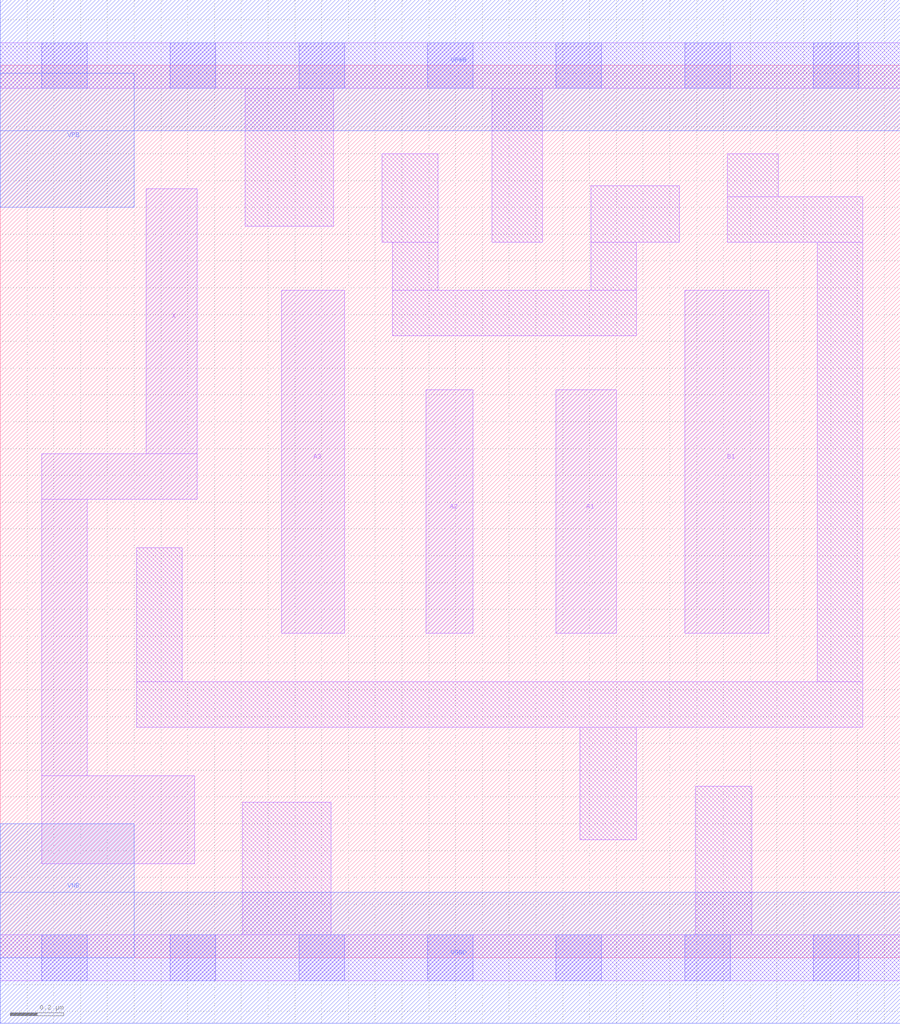
<source format=lef>
# Copyright 2020 The SkyWater PDK Authors
#
# Licensed under the Apache License, Version 2.0 (the "License");
# you may not use this file except in compliance with the License.
# You may obtain a copy of the License at
#
#     https://www.apache.org/licenses/LICENSE-2.0
#
# Unless required by applicable law or agreed to in writing, software
# distributed under the License is distributed on an "AS IS" BASIS,
# WITHOUT WARRANTIES OR CONDITIONS OF ANY KIND, either express or implied.
# See the License for the specific language governing permissions and
# limitations under the License.
#
# SPDX-License-Identifier: Apache-2.0

VERSION 5.5 ;
NAMESCASESENSITIVE ON ;
BUSBITCHARS "[]" ;
DIVIDERCHAR "/" ;
MACRO sky130_fd_sc_lp__a31o_m
  CLASS CORE ;
  SOURCE USER ;
  ORIGIN  0.000000  0.000000 ;
  SIZE  3.360000 BY  3.330000 ;
  SYMMETRY X Y R90 ;
  SITE unit ;
  PIN A1
    ANTENNAGATEAREA  0.126000 ;
    DIRECTION INPUT ;
    USE SIGNAL ;
    PORT
      LAYER li1 ;
        RECT 2.075000 1.210000 2.300000 2.120000 ;
    END
  END A1
  PIN A2
    ANTENNAGATEAREA  0.126000 ;
    DIRECTION INPUT ;
    USE SIGNAL ;
    PORT
      LAYER li1 ;
        RECT 1.590000 1.210000 1.765000 2.120000 ;
    END
  END A2
  PIN A3
    ANTENNAGATEAREA  0.126000 ;
    DIRECTION INPUT ;
    USE SIGNAL ;
    PORT
      LAYER li1 ;
        RECT 1.050000 1.210000 1.285000 2.490000 ;
    END
  END A3
  PIN B1
    ANTENNAGATEAREA  0.126000 ;
    DIRECTION INPUT ;
    USE SIGNAL ;
    PORT
      LAYER li1 ;
        RECT 2.555000 1.210000 2.870000 2.490000 ;
    END
  END B1
  PIN X
    ANTENNADIFFAREA  0.222600 ;
    DIRECTION OUTPUT ;
    USE SIGNAL ;
    PORT
      LAYER li1 ;
        RECT 0.155000 0.350000 0.725000 0.680000 ;
        RECT 0.155000 0.680000 0.325000 1.710000 ;
        RECT 0.155000 1.710000 0.735000 1.880000 ;
        RECT 0.545000 1.880000 0.735000 2.870000 ;
    END
  END X
  PIN VGND
    DIRECTION INOUT ;
    USE GROUND ;
    PORT
      LAYER met1 ;
        RECT 0.000000 -0.245000 3.360000 0.245000 ;
    END
  END VGND
  PIN VNB
    DIRECTION INOUT ;
    USE GROUND ;
    PORT
      LAYER met1 ;
        RECT 0.000000 0.000000 0.500000 0.500000 ;
    END
  END VNB
  PIN VPB
    DIRECTION INOUT ;
    USE POWER ;
    PORT
      LAYER met1 ;
        RECT 0.000000 2.800000 0.500000 3.300000 ;
    END
  END VPB
  PIN VPWR
    DIRECTION INOUT ;
    USE POWER ;
    PORT
      LAYER met1 ;
        RECT 0.000000 3.085000 3.360000 3.575000 ;
    END
  END VPWR
  OBS
    LAYER li1 ;
      RECT 0.000000 -0.085000 3.360000 0.085000 ;
      RECT 0.000000  3.245000 3.360000 3.415000 ;
      RECT 0.510000  0.860000 3.220000 1.030000 ;
      RECT 0.510000  1.030000 0.680000 1.530000 ;
      RECT 0.905000  0.085000 1.235000 0.580000 ;
      RECT 0.915000  2.730000 1.245000 3.245000 ;
      RECT 1.425000  2.670000 1.635000 3.000000 ;
      RECT 1.465000  2.320000 2.375000 2.490000 ;
      RECT 1.465000  2.490000 1.635000 2.670000 ;
      RECT 1.835000  2.670000 2.025000 3.245000 ;
      RECT 2.165000  0.440000 2.375000 0.860000 ;
      RECT 2.205000  2.490000 2.375000 2.670000 ;
      RECT 2.205000  2.670000 2.535000 2.880000 ;
      RECT 2.595000  0.085000 2.805000 0.640000 ;
      RECT 2.715000  2.670000 3.220000 2.840000 ;
      RECT 2.715000  2.840000 2.905000 3.000000 ;
      RECT 3.050000  1.030000 3.220000 2.670000 ;
    LAYER mcon ;
      RECT 0.155000 -0.085000 0.325000 0.085000 ;
      RECT 0.155000  3.245000 0.325000 3.415000 ;
      RECT 0.635000 -0.085000 0.805000 0.085000 ;
      RECT 0.635000  3.245000 0.805000 3.415000 ;
      RECT 1.115000 -0.085000 1.285000 0.085000 ;
      RECT 1.115000  3.245000 1.285000 3.415000 ;
      RECT 1.595000 -0.085000 1.765000 0.085000 ;
      RECT 1.595000  3.245000 1.765000 3.415000 ;
      RECT 2.075000 -0.085000 2.245000 0.085000 ;
      RECT 2.075000  3.245000 2.245000 3.415000 ;
      RECT 2.555000 -0.085000 2.725000 0.085000 ;
      RECT 2.555000  3.245000 2.725000 3.415000 ;
      RECT 3.035000 -0.085000 3.205000 0.085000 ;
      RECT 3.035000  3.245000 3.205000 3.415000 ;
  END
END sky130_fd_sc_lp__a31o_m

</source>
